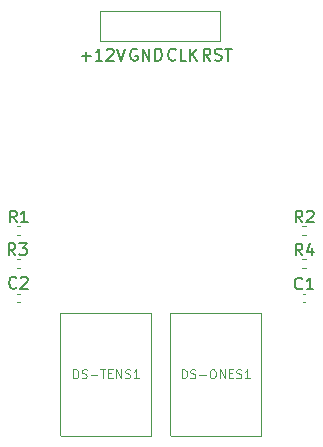
<source format=gbr>
%TF.GenerationSoftware,KiCad,Pcbnew,(6.0.10)*%
%TF.CreationDate,2023-05-16T15:36:24-07:00*%
%TF.ProjectId,SevenSegment,53657665-6e53-4656-976d-656e742e6b69,rev?*%
%TF.SameCoordinates,Original*%
%TF.FileFunction,Legend,Top*%
%TF.FilePolarity,Positive*%
%FSLAX46Y46*%
G04 Gerber Fmt 4.6, Leading zero omitted, Abs format (unit mm)*
G04 Created by KiCad (PCBNEW (6.0.10)) date 2023-05-16 15:36:24*
%MOMM*%
%LPD*%
G01*
G04 APERTURE LIST*
%ADD10C,0.150000*%
%ADD11C,0.100000*%
%ADD12C,0.120000*%
G04 APERTURE END LIST*
D10*
X108452380Y-82252380D02*
X108119047Y-81776190D01*
X107880952Y-82252380D02*
X107880952Y-81252380D01*
X108261904Y-81252380D01*
X108357142Y-81300000D01*
X108404761Y-81347619D01*
X108452380Y-81442857D01*
X108452380Y-81585714D01*
X108404761Y-81680952D01*
X108357142Y-81728571D01*
X108261904Y-81776190D01*
X107880952Y-81776190D01*
X108833333Y-82204761D02*
X108976190Y-82252380D01*
X109214285Y-82252380D01*
X109309523Y-82204761D01*
X109357142Y-82157142D01*
X109404761Y-82061904D01*
X109404761Y-81966666D01*
X109357142Y-81871428D01*
X109309523Y-81823809D01*
X109214285Y-81776190D01*
X109023809Y-81728571D01*
X108928571Y-81680952D01*
X108880952Y-81633333D01*
X108833333Y-81538095D01*
X108833333Y-81442857D01*
X108880952Y-81347619D01*
X108928571Y-81300000D01*
X109023809Y-81252380D01*
X109261904Y-81252380D01*
X109404761Y-81300000D01*
X109690476Y-81252380D02*
X110261904Y-81252380D01*
X109976190Y-82252380D02*
X109976190Y-81252380D01*
X105504761Y-82157142D02*
X105457142Y-82204761D01*
X105314285Y-82252380D01*
X105219047Y-82252380D01*
X105076190Y-82204761D01*
X104980952Y-82109523D01*
X104933333Y-82014285D01*
X104885714Y-81823809D01*
X104885714Y-81680952D01*
X104933333Y-81490476D01*
X104980952Y-81395238D01*
X105076190Y-81300000D01*
X105219047Y-81252380D01*
X105314285Y-81252380D01*
X105457142Y-81300000D01*
X105504761Y-81347619D01*
X106409523Y-82252380D02*
X105933333Y-82252380D01*
X105933333Y-81252380D01*
X106742857Y-82252380D02*
X106742857Y-81252380D01*
X107314285Y-82252380D02*
X106885714Y-81680952D01*
X107314285Y-81252380D02*
X106742857Y-81823809D01*
X102238095Y-81300000D02*
X102142857Y-81252380D01*
X102000000Y-81252380D01*
X101857142Y-81300000D01*
X101761904Y-81395238D01*
X101714285Y-81490476D01*
X101666666Y-81680952D01*
X101666666Y-81823809D01*
X101714285Y-82014285D01*
X101761904Y-82109523D01*
X101857142Y-82204761D01*
X102000000Y-82252380D01*
X102095238Y-82252380D01*
X102238095Y-82204761D01*
X102285714Y-82157142D01*
X102285714Y-81823809D01*
X102095238Y-81823809D01*
X102714285Y-82252380D02*
X102714285Y-81252380D01*
X103285714Y-82252380D01*
X103285714Y-81252380D01*
X103761904Y-82252380D02*
X103761904Y-81252380D01*
X104000000Y-81252380D01*
X104142857Y-81300000D01*
X104238095Y-81395238D01*
X104285714Y-81490476D01*
X104333333Y-81680952D01*
X104333333Y-81823809D01*
X104285714Y-82014285D01*
X104238095Y-82109523D01*
X104142857Y-82204761D01*
X104000000Y-82252380D01*
X103761904Y-82252380D01*
X97538095Y-81871428D02*
X98300000Y-81871428D01*
X97919047Y-82252380D02*
X97919047Y-81490476D01*
X99300000Y-82252380D02*
X98728571Y-82252380D01*
X99014285Y-82252380D02*
X99014285Y-81252380D01*
X98919047Y-81395238D01*
X98823809Y-81490476D01*
X98728571Y-81538095D01*
X99680952Y-81347619D02*
X99728571Y-81300000D01*
X99823809Y-81252380D01*
X100061904Y-81252380D01*
X100157142Y-81300000D01*
X100204761Y-81347619D01*
X100252380Y-81442857D01*
X100252380Y-81538095D01*
X100204761Y-81680952D01*
X99633333Y-82252380D01*
X100252380Y-82252380D01*
X100538095Y-81252380D02*
X100871428Y-82252380D01*
X101204761Y-81252380D01*
D11*
%TO.C,DS-TENS1*%
X96850000Y-109139285D02*
X96850000Y-108389285D01*
X97028571Y-108389285D01*
X97135714Y-108425000D01*
X97207142Y-108496428D01*
X97242857Y-108567857D01*
X97278571Y-108710714D01*
X97278571Y-108817857D01*
X97242857Y-108960714D01*
X97207142Y-109032142D01*
X97135714Y-109103571D01*
X97028571Y-109139285D01*
X96850000Y-109139285D01*
X97564285Y-109103571D02*
X97671428Y-109139285D01*
X97850000Y-109139285D01*
X97921428Y-109103571D01*
X97957142Y-109067857D01*
X97992857Y-108996428D01*
X97992857Y-108925000D01*
X97957142Y-108853571D01*
X97921428Y-108817857D01*
X97850000Y-108782142D01*
X97707142Y-108746428D01*
X97635714Y-108710714D01*
X97600000Y-108675000D01*
X97564285Y-108603571D01*
X97564285Y-108532142D01*
X97600000Y-108460714D01*
X97635714Y-108425000D01*
X97707142Y-108389285D01*
X97885714Y-108389285D01*
X97992857Y-108425000D01*
X98314285Y-108853571D02*
X98885714Y-108853571D01*
X99135714Y-108389285D02*
X99564285Y-108389285D01*
X99350000Y-109139285D02*
X99350000Y-108389285D01*
X99814285Y-108746428D02*
X100064285Y-108746428D01*
X100171428Y-109139285D02*
X99814285Y-109139285D01*
X99814285Y-108389285D01*
X100171428Y-108389285D01*
X100492857Y-109139285D02*
X100492857Y-108389285D01*
X100921428Y-109139285D01*
X100921428Y-108389285D01*
X101242857Y-109103571D02*
X101350000Y-109139285D01*
X101528571Y-109139285D01*
X101600000Y-109103571D01*
X101635714Y-109067857D01*
X101671428Y-108996428D01*
X101671428Y-108925000D01*
X101635714Y-108853571D01*
X101600000Y-108817857D01*
X101528571Y-108782142D01*
X101385714Y-108746428D01*
X101314285Y-108710714D01*
X101278571Y-108675000D01*
X101242857Y-108603571D01*
X101242857Y-108532142D01*
X101278571Y-108460714D01*
X101314285Y-108425000D01*
X101385714Y-108389285D01*
X101564285Y-108389285D01*
X101671428Y-108425000D01*
X102385714Y-109139285D02*
X101957142Y-109139285D01*
X102171428Y-109139285D02*
X102171428Y-108389285D01*
X102100000Y-108496428D01*
X102028571Y-108567857D01*
X101957142Y-108603571D01*
%TO.C,DS-ONES1*%
X106042857Y-109139285D02*
X106042857Y-108389285D01*
X106221428Y-108389285D01*
X106328571Y-108425000D01*
X106400000Y-108496428D01*
X106435714Y-108567857D01*
X106471428Y-108710714D01*
X106471428Y-108817857D01*
X106435714Y-108960714D01*
X106400000Y-109032142D01*
X106328571Y-109103571D01*
X106221428Y-109139285D01*
X106042857Y-109139285D01*
X106757142Y-109103571D02*
X106864285Y-109139285D01*
X107042857Y-109139285D01*
X107114285Y-109103571D01*
X107150000Y-109067857D01*
X107185714Y-108996428D01*
X107185714Y-108925000D01*
X107150000Y-108853571D01*
X107114285Y-108817857D01*
X107042857Y-108782142D01*
X106900000Y-108746428D01*
X106828571Y-108710714D01*
X106792857Y-108675000D01*
X106757142Y-108603571D01*
X106757142Y-108532142D01*
X106792857Y-108460714D01*
X106828571Y-108425000D01*
X106900000Y-108389285D01*
X107078571Y-108389285D01*
X107185714Y-108425000D01*
X107507142Y-108853571D02*
X108078571Y-108853571D01*
X108578571Y-108389285D02*
X108721428Y-108389285D01*
X108792857Y-108425000D01*
X108864285Y-108496428D01*
X108900000Y-108639285D01*
X108900000Y-108889285D01*
X108864285Y-109032142D01*
X108792857Y-109103571D01*
X108721428Y-109139285D01*
X108578571Y-109139285D01*
X108507142Y-109103571D01*
X108435714Y-109032142D01*
X108400000Y-108889285D01*
X108400000Y-108639285D01*
X108435714Y-108496428D01*
X108507142Y-108425000D01*
X108578571Y-108389285D01*
X109221428Y-109139285D02*
X109221428Y-108389285D01*
X109650000Y-109139285D01*
X109650000Y-108389285D01*
X110007142Y-108746428D02*
X110257142Y-108746428D01*
X110364285Y-109139285D02*
X110007142Y-109139285D01*
X110007142Y-108389285D01*
X110364285Y-108389285D01*
X110650000Y-109103571D02*
X110757142Y-109139285D01*
X110935714Y-109139285D01*
X111007142Y-109103571D01*
X111042857Y-109067857D01*
X111078571Y-108996428D01*
X111078571Y-108925000D01*
X111042857Y-108853571D01*
X111007142Y-108817857D01*
X110935714Y-108782142D01*
X110792857Y-108746428D01*
X110721428Y-108710714D01*
X110685714Y-108675000D01*
X110650000Y-108603571D01*
X110650000Y-108532142D01*
X110685714Y-108460714D01*
X110721428Y-108425000D01*
X110792857Y-108389285D01*
X110971428Y-108389285D01*
X111078571Y-108425000D01*
X111792857Y-109139285D02*
X111364285Y-109139285D01*
X111578571Y-109139285D02*
X111578571Y-108389285D01*
X111507142Y-108496428D01*
X111435714Y-108567857D01*
X111364285Y-108603571D01*
D10*
%TO.C,R4*%
X116233333Y-98754880D02*
X115900000Y-98278690D01*
X115661904Y-98754880D02*
X115661904Y-97754880D01*
X116042857Y-97754880D01*
X116138095Y-97802500D01*
X116185714Y-97850119D01*
X116233333Y-97945357D01*
X116233333Y-98088214D01*
X116185714Y-98183452D01*
X116138095Y-98231071D01*
X116042857Y-98278690D01*
X115661904Y-98278690D01*
X117090476Y-98088214D02*
X117090476Y-98754880D01*
X116852380Y-97707261D02*
X116614285Y-98421547D01*
X117233333Y-98421547D01*
%TO.C,R3*%
X91933333Y-98724880D02*
X91600000Y-98248690D01*
X91361904Y-98724880D02*
X91361904Y-97724880D01*
X91742857Y-97724880D01*
X91838095Y-97772500D01*
X91885714Y-97820119D01*
X91933333Y-97915357D01*
X91933333Y-98058214D01*
X91885714Y-98153452D01*
X91838095Y-98201071D01*
X91742857Y-98248690D01*
X91361904Y-98248690D01*
X92266666Y-97724880D02*
X92885714Y-97724880D01*
X92552380Y-98105833D01*
X92695238Y-98105833D01*
X92790476Y-98153452D01*
X92838095Y-98201071D01*
X92885714Y-98296309D01*
X92885714Y-98534404D01*
X92838095Y-98629642D01*
X92790476Y-98677261D01*
X92695238Y-98724880D01*
X92409523Y-98724880D01*
X92314285Y-98677261D01*
X92266666Y-98629642D01*
%TO.C,R2*%
X116233333Y-95952380D02*
X115900000Y-95476190D01*
X115661904Y-95952380D02*
X115661904Y-94952380D01*
X116042857Y-94952380D01*
X116138095Y-95000000D01*
X116185714Y-95047619D01*
X116233333Y-95142857D01*
X116233333Y-95285714D01*
X116185714Y-95380952D01*
X116138095Y-95428571D01*
X116042857Y-95476190D01*
X115661904Y-95476190D01*
X116614285Y-95047619D02*
X116661904Y-95000000D01*
X116757142Y-94952380D01*
X116995238Y-94952380D01*
X117090476Y-95000000D01*
X117138095Y-95047619D01*
X117185714Y-95142857D01*
X117185714Y-95238095D01*
X117138095Y-95380952D01*
X116566666Y-95952380D01*
X117185714Y-95952380D01*
%TO.C,R1*%
X92033333Y-95952380D02*
X91700000Y-95476190D01*
X91461904Y-95952380D02*
X91461904Y-94952380D01*
X91842857Y-94952380D01*
X91938095Y-95000000D01*
X91985714Y-95047619D01*
X92033333Y-95142857D01*
X92033333Y-95285714D01*
X91985714Y-95380952D01*
X91938095Y-95428571D01*
X91842857Y-95476190D01*
X91461904Y-95476190D01*
X92985714Y-95952380D02*
X92414285Y-95952380D01*
X92700000Y-95952380D02*
X92700000Y-94952380D01*
X92604761Y-95095238D01*
X92509523Y-95190476D01*
X92414285Y-95238095D01*
%TO.C,C2*%
X92013333Y-101457142D02*
X91965714Y-101504761D01*
X91822857Y-101552380D01*
X91727619Y-101552380D01*
X91584761Y-101504761D01*
X91489523Y-101409523D01*
X91441904Y-101314285D01*
X91394285Y-101123809D01*
X91394285Y-100980952D01*
X91441904Y-100790476D01*
X91489523Y-100695238D01*
X91584761Y-100600000D01*
X91727619Y-100552380D01*
X91822857Y-100552380D01*
X91965714Y-100600000D01*
X92013333Y-100647619D01*
X92394285Y-100647619D02*
X92441904Y-100600000D01*
X92537142Y-100552380D01*
X92775238Y-100552380D01*
X92870476Y-100600000D01*
X92918095Y-100647619D01*
X92965714Y-100742857D01*
X92965714Y-100838095D01*
X92918095Y-100980952D01*
X92346666Y-101552380D01*
X92965714Y-101552380D01*
%TO.C,C1*%
X116213333Y-101532142D02*
X116165714Y-101579761D01*
X116022857Y-101627380D01*
X115927619Y-101627380D01*
X115784761Y-101579761D01*
X115689523Y-101484523D01*
X115641904Y-101389285D01*
X115594285Y-101198809D01*
X115594285Y-101055952D01*
X115641904Y-100865476D01*
X115689523Y-100770238D01*
X115784761Y-100675000D01*
X115927619Y-100627380D01*
X116022857Y-100627380D01*
X116165714Y-100675000D01*
X116213333Y-100722619D01*
X117165714Y-101627380D02*
X116594285Y-101627380D01*
X116880000Y-101627380D02*
X116880000Y-100627380D01*
X116784761Y-100770238D01*
X116689523Y-100865476D01*
X116594285Y-100913095D01*
D12*
%TO.C,DS-TENS1*%
X103422700Y-103593000D02*
X95777300Y-103593000D01*
X95777300Y-114007000D02*
X103422700Y-114007000D01*
X103460800Y-114007000D02*
X103460800Y-103593000D01*
X95739200Y-103618400D02*
X95739200Y-113981600D01*
%TO.C,DS-ONES1*%
X112722700Y-103593000D02*
X105077300Y-103593000D01*
X105077300Y-114007000D02*
X112722700Y-114007000D01*
X112760800Y-114007000D02*
X112760800Y-103593000D01*
X105039200Y-103618400D02*
X105039200Y-113981600D01*
%TO.C,R4*%
X116246359Y-99092500D02*
X116553641Y-99092500D01*
X116246359Y-99852500D02*
X116553641Y-99852500D01*
%TO.C,R3*%
X92046359Y-99092500D02*
X92353641Y-99092500D01*
X92046359Y-99852500D02*
X92353641Y-99852500D01*
%TO.C,R2*%
X116553641Y-96980000D02*
X116246359Y-96980000D01*
X116553641Y-96220000D02*
X116246359Y-96220000D01*
%TO.C,R1*%
X92353641Y-96980000D02*
X92046359Y-96980000D01*
X92353641Y-96220000D02*
X92046359Y-96220000D01*
%TO.C,J1*%
X99120000Y-80570000D02*
X109280000Y-80570000D01*
X109280000Y-80570000D02*
X109280000Y-78030000D01*
X109280000Y-78030000D02*
X99120000Y-78030000D01*
X99120000Y-78030000D02*
X99120000Y-80570000D01*
%TO.C,C2*%
X92072164Y-102695000D02*
X92287836Y-102695000D01*
X92072164Y-101975000D02*
X92287836Y-101975000D01*
%TO.C,C1*%
X116272164Y-102695000D02*
X116487836Y-102695000D01*
X116272164Y-101975000D02*
X116487836Y-101975000D01*
%TD*%
M02*

</source>
